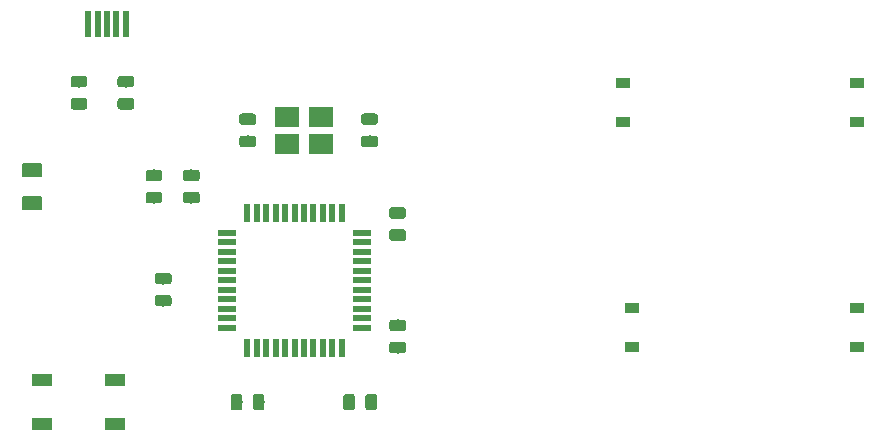
<source format=gbr>
G04 #@! TF.GenerationSoftware,KiCad,Pcbnew,(5.1.4)-1*
G04 #@! TF.CreationDate,2022-03-30T16:45:01-04:00*
G04 #@! TF.ProjectId,ai03-pcb-guide,61693033-2d70-4636-922d-67756964652e,rev?*
G04 #@! TF.SameCoordinates,Original*
G04 #@! TF.FileFunction,Paste,Bot*
G04 #@! TF.FilePolarity,Positive*
%FSLAX46Y46*%
G04 Gerber Fmt 4.6, Leading zero omitted, Abs format (unit mm)*
G04 Created by KiCad (PCBNEW (5.1.4)-1) date 2022-03-30 16:45:01*
%MOMM*%
%LPD*%
G04 APERTURE LIST*
%ADD10R,2.100000X1.800000*%
%ADD11R,0.500000X2.250000*%
%ADD12R,0.550000X1.500000*%
%ADD13R,1.500000X0.550000*%
%ADD14R,1.800000X1.100000*%
%ADD15C,0.100000*%
%ADD16C,0.975000*%
%ADD17C,1.250000*%
%ADD18R,1.200000X0.900000*%
G04 APERTURE END LIST*
D10*
X68918750Y-85368750D03*
X66018750Y-85368750D03*
X66018750Y-87668750D03*
X68918750Y-87668750D03*
D11*
X49200000Y-77525000D03*
X50000000Y-77525000D03*
X50800000Y-77525000D03*
X51600000Y-77525000D03*
X52400000Y-77525000D03*
D12*
X62675000Y-104918750D03*
X63475000Y-104918750D03*
X64275000Y-104918750D03*
X65075000Y-104918750D03*
X65875000Y-104918750D03*
X66675000Y-104918750D03*
X67475000Y-104918750D03*
X68275000Y-104918750D03*
X69075000Y-104918750D03*
X69875000Y-104918750D03*
X70675000Y-104918750D03*
D13*
X72375000Y-103218750D03*
X72375000Y-102418750D03*
X72375000Y-101618750D03*
X72375000Y-100818750D03*
X72375000Y-100018750D03*
X72375000Y-99218750D03*
X72375000Y-98418750D03*
X72375000Y-97618750D03*
X72375000Y-96818750D03*
X72375000Y-96018750D03*
X72375000Y-95218750D03*
D12*
X70675000Y-93518750D03*
X69875000Y-93518750D03*
X69075000Y-93518750D03*
X68275000Y-93518750D03*
X67475000Y-93518750D03*
X66675000Y-93518750D03*
X65875000Y-93518750D03*
X65075000Y-93518750D03*
X64275000Y-93518750D03*
X63475000Y-93518750D03*
X62675000Y-93518750D03*
D13*
X60975000Y-95218750D03*
X60975000Y-96018750D03*
X60975000Y-96818750D03*
X60975000Y-97618750D03*
X60975000Y-98418750D03*
X60975000Y-99218750D03*
X60975000Y-100018750D03*
X60975000Y-100818750D03*
X60975000Y-101618750D03*
X60975000Y-102418750D03*
X60975000Y-103218750D03*
D14*
X51518750Y-111387500D03*
X45318750Y-107687500D03*
X51518750Y-107687500D03*
X45318750Y-111387500D03*
D15*
G36*
X75886392Y-102557424D02*
G01*
X75910053Y-102560934D01*
X75933257Y-102566746D01*
X75955779Y-102574804D01*
X75977403Y-102585032D01*
X75997920Y-102597329D01*
X76017133Y-102611579D01*
X76034857Y-102627643D01*
X76050921Y-102645367D01*
X76065171Y-102664580D01*
X76077468Y-102685097D01*
X76087696Y-102706721D01*
X76095754Y-102729243D01*
X76101566Y-102752447D01*
X76105076Y-102776108D01*
X76106250Y-102800000D01*
X76106250Y-103287500D01*
X76105076Y-103311392D01*
X76101566Y-103335053D01*
X76095754Y-103358257D01*
X76087696Y-103380779D01*
X76077468Y-103402403D01*
X76065171Y-103422920D01*
X76050921Y-103442133D01*
X76034857Y-103459857D01*
X76017133Y-103475921D01*
X75997920Y-103490171D01*
X75977403Y-103502468D01*
X75955779Y-103512696D01*
X75933257Y-103520754D01*
X75910053Y-103526566D01*
X75886392Y-103530076D01*
X75862500Y-103531250D01*
X74950000Y-103531250D01*
X74926108Y-103530076D01*
X74902447Y-103526566D01*
X74879243Y-103520754D01*
X74856721Y-103512696D01*
X74835097Y-103502468D01*
X74814580Y-103490171D01*
X74795367Y-103475921D01*
X74777643Y-103459857D01*
X74761579Y-103442133D01*
X74747329Y-103422920D01*
X74735032Y-103402403D01*
X74724804Y-103380779D01*
X74716746Y-103358257D01*
X74710934Y-103335053D01*
X74707424Y-103311392D01*
X74706250Y-103287500D01*
X74706250Y-102800000D01*
X74707424Y-102776108D01*
X74710934Y-102752447D01*
X74716746Y-102729243D01*
X74724804Y-102706721D01*
X74735032Y-102685097D01*
X74747329Y-102664580D01*
X74761579Y-102645367D01*
X74777643Y-102627643D01*
X74795367Y-102611579D01*
X74814580Y-102597329D01*
X74835097Y-102585032D01*
X74856721Y-102574804D01*
X74879243Y-102566746D01*
X74902447Y-102560934D01*
X74926108Y-102557424D01*
X74950000Y-102556250D01*
X75862500Y-102556250D01*
X75886392Y-102557424D01*
X75886392Y-102557424D01*
G37*
D16*
X75406250Y-103043750D03*
D15*
G36*
X75886392Y-104432424D02*
G01*
X75910053Y-104435934D01*
X75933257Y-104441746D01*
X75955779Y-104449804D01*
X75977403Y-104460032D01*
X75997920Y-104472329D01*
X76017133Y-104486579D01*
X76034857Y-104502643D01*
X76050921Y-104520367D01*
X76065171Y-104539580D01*
X76077468Y-104560097D01*
X76087696Y-104581721D01*
X76095754Y-104604243D01*
X76101566Y-104627447D01*
X76105076Y-104651108D01*
X76106250Y-104675000D01*
X76106250Y-105162500D01*
X76105076Y-105186392D01*
X76101566Y-105210053D01*
X76095754Y-105233257D01*
X76087696Y-105255779D01*
X76077468Y-105277403D01*
X76065171Y-105297920D01*
X76050921Y-105317133D01*
X76034857Y-105334857D01*
X76017133Y-105350921D01*
X75997920Y-105365171D01*
X75977403Y-105377468D01*
X75955779Y-105387696D01*
X75933257Y-105395754D01*
X75910053Y-105401566D01*
X75886392Y-105405076D01*
X75862500Y-105406250D01*
X74950000Y-105406250D01*
X74926108Y-105405076D01*
X74902447Y-105401566D01*
X74879243Y-105395754D01*
X74856721Y-105387696D01*
X74835097Y-105377468D01*
X74814580Y-105365171D01*
X74795367Y-105350921D01*
X74777643Y-105334857D01*
X74761579Y-105317133D01*
X74747329Y-105297920D01*
X74735032Y-105277403D01*
X74724804Y-105255779D01*
X74716746Y-105233257D01*
X74710934Y-105210053D01*
X74707424Y-105186392D01*
X74706250Y-105162500D01*
X74706250Y-104675000D01*
X74707424Y-104651108D01*
X74710934Y-104627447D01*
X74716746Y-104604243D01*
X74724804Y-104581721D01*
X74735032Y-104560097D01*
X74747329Y-104539580D01*
X74761579Y-104520367D01*
X74777643Y-104502643D01*
X74795367Y-104486579D01*
X74814580Y-104472329D01*
X74835097Y-104460032D01*
X74856721Y-104449804D01*
X74879243Y-104441746D01*
X74902447Y-104435934D01*
X74926108Y-104432424D01*
X74950000Y-104431250D01*
X75862500Y-104431250D01*
X75886392Y-104432424D01*
X75886392Y-104432424D01*
G37*
D16*
X75406250Y-104918750D03*
D15*
G36*
X55248892Y-89857424D02*
G01*
X55272553Y-89860934D01*
X55295757Y-89866746D01*
X55318279Y-89874804D01*
X55339903Y-89885032D01*
X55360420Y-89897329D01*
X55379633Y-89911579D01*
X55397357Y-89927643D01*
X55413421Y-89945367D01*
X55427671Y-89964580D01*
X55439968Y-89985097D01*
X55450196Y-90006721D01*
X55458254Y-90029243D01*
X55464066Y-90052447D01*
X55467576Y-90076108D01*
X55468750Y-90100000D01*
X55468750Y-90587500D01*
X55467576Y-90611392D01*
X55464066Y-90635053D01*
X55458254Y-90658257D01*
X55450196Y-90680779D01*
X55439968Y-90702403D01*
X55427671Y-90722920D01*
X55413421Y-90742133D01*
X55397357Y-90759857D01*
X55379633Y-90775921D01*
X55360420Y-90790171D01*
X55339903Y-90802468D01*
X55318279Y-90812696D01*
X55295757Y-90820754D01*
X55272553Y-90826566D01*
X55248892Y-90830076D01*
X55225000Y-90831250D01*
X54312500Y-90831250D01*
X54288608Y-90830076D01*
X54264947Y-90826566D01*
X54241743Y-90820754D01*
X54219221Y-90812696D01*
X54197597Y-90802468D01*
X54177080Y-90790171D01*
X54157867Y-90775921D01*
X54140143Y-90759857D01*
X54124079Y-90742133D01*
X54109829Y-90722920D01*
X54097532Y-90702403D01*
X54087304Y-90680779D01*
X54079246Y-90658257D01*
X54073434Y-90635053D01*
X54069924Y-90611392D01*
X54068750Y-90587500D01*
X54068750Y-90100000D01*
X54069924Y-90076108D01*
X54073434Y-90052447D01*
X54079246Y-90029243D01*
X54087304Y-90006721D01*
X54097532Y-89985097D01*
X54109829Y-89964580D01*
X54124079Y-89945367D01*
X54140143Y-89927643D01*
X54157867Y-89911579D01*
X54177080Y-89897329D01*
X54197597Y-89885032D01*
X54219221Y-89874804D01*
X54241743Y-89866746D01*
X54264947Y-89860934D01*
X54288608Y-89857424D01*
X54312500Y-89856250D01*
X55225000Y-89856250D01*
X55248892Y-89857424D01*
X55248892Y-89857424D01*
G37*
D16*
X54768750Y-90343750D03*
D15*
G36*
X55248892Y-91732424D02*
G01*
X55272553Y-91735934D01*
X55295757Y-91741746D01*
X55318279Y-91749804D01*
X55339903Y-91760032D01*
X55360420Y-91772329D01*
X55379633Y-91786579D01*
X55397357Y-91802643D01*
X55413421Y-91820367D01*
X55427671Y-91839580D01*
X55439968Y-91860097D01*
X55450196Y-91881721D01*
X55458254Y-91904243D01*
X55464066Y-91927447D01*
X55467576Y-91951108D01*
X55468750Y-91975000D01*
X55468750Y-92462500D01*
X55467576Y-92486392D01*
X55464066Y-92510053D01*
X55458254Y-92533257D01*
X55450196Y-92555779D01*
X55439968Y-92577403D01*
X55427671Y-92597920D01*
X55413421Y-92617133D01*
X55397357Y-92634857D01*
X55379633Y-92650921D01*
X55360420Y-92665171D01*
X55339903Y-92677468D01*
X55318279Y-92687696D01*
X55295757Y-92695754D01*
X55272553Y-92701566D01*
X55248892Y-92705076D01*
X55225000Y-92706250D01*
X54312500Y-92706250D01*
X54288608Y-92705076D01*
X54264947Y-92701566D01*
X54241743Y-92695754D01*
X54219221Y-92687696D01*
X54197597Y-92677468D01*
X54177080Y-92665171D01*
X54157867Y-92650921D01*
X54140143Y-92634857D01*
X54124079Y-92617133D01*
X54109829Y-92597920D01*
X54097532Y-92577403D01*
X54087304Y-92555779D01*
X54079246Y-92533257D01*
X54073434Y-92510053D01*
X54069924Y-92486392D01*
X54068750Y-92462500D01*
X54068750Y-91975000D01*
X54069924Y-91951108D01*
X54073434Y-91927447D01*
X54079246Y-91904243D01*
X54087304Y-91881721D01*
X54097532Y-91860097D01*
X54109829Y-91839580D01*
X54124079Y-91820367D01*
X54140143Y-91802643D01*
X54157867Y-91786579D01*
X54177080Y-91772329D01*
X54197597Y-91760032D01*
X54219221Y-91749804D01*
X54241743Y-91741746D01*
X54264947Y-91735934D01*
X54288608Y-91732424D01*
X54312500Y-91731250D01*
X55225000Y-91731250D01*
X55248892Y-91732424D01*
X55248892Y-91732424D01*
G37*
D16*
X54768750Y-92218750D03*
D15*
G36*
X52867642Y-81919924D02*
G01*
X52891303Y-81923434D01*
X52914507Y-81929246D01*
X52937029Y-81937304D01*
X52958653Y-81947532D01*
X52979170Y-81959829D01*
X52998383Y-81974079D01*
X53016107Y-81990143D01*
X53032171Y-82007867D01*
X53046421Y-82027080D01*
X53058718Y-82047597D01*
X53068946Y-82069221D01*
X53077004Y-82091743D01*
X53082816Y-82114947D01*
X53086326Y-82138608D01*
X53087500Y-82162500D01*
X53087500Y-82650000D01*
X53086326Y-82673892D01*
X53082816Y-82697553D01*
X53077004Y-82720757D01*
X53068946Y-82743279D01*
X53058718Y-82764903D01*
X53046421Y-82785420D01*
X53032171Y-82804633D01*
X53016107Y-82822357D01*
X52998383Y-82838421D01*
X52979170Y-82852671D01*
X52958653Y-82864968D01*
X52937029Y-82875196D01*
X52914507Y-82883254D01*
X52891303Y-82889066D01*
X52867642Y-82892576D01*
X52843750Y-82893750D01*
X51931250Y-82893750D01*
X51907358Y-82892576D01*
X51883697Y-82889066D01*
X51860493Y-82883254D01*
X51837971Y-82875196D01*
X51816347Y-82864968D01*
X51795830Y-82852671D01*
X51776617Y-82838421D01*
X51758893Y-82822357D01*
X51742829Y-82804633D01*
X51728579Y-82785420D01*
X51716282Y-82764903D01*
X51706054Y-82743279D01*
X51697996Y-82720757D01*
X51692184Y-82697553D01*
X51688674Y-82673892D01*
X51687500Y-82650000D01*
X51687500Y-82162500D01*
X51688674Y-82138608D01*
X51692184Y-82114947D01*
X51697996Y-82091743D01*
X51706054Y-82069221D01*
X51716282Y-82047597D01*
X51728579Y-82027080D01*
X51742829Y-82007867D01*
X51758893Y-81990143D01*
X51776617Y-81974079D01*
X51795830Y-81959829D01*
X51816347Y-81947532D01*
X51837971Y-81937304D01*
X51860493Y-81929246D01*
X51883697Y-81923434D01*
X51907358Y-81919924D01*
X51931250Y-81918750D01*
X52843750Y-81918750D01*
X52867642Y-81919924D01*
X52867642Y-81919924D01*
G37*
D16*
X52387500Y-82406250D03*
D15*
G36*
X52867642Y-83794924D02*
G01*
X52891303Y-83798434D01*
X52914507Y-83804246D01*
X52937029Y-83812304D01*
X52958653Y-83822532D01*
X52979170Y-83834829D01*
X52998383Y-83849079D01*
X53016107Y-83865143D01*
X53032171Y-83882867D01*
X53046421Y-83902080D01*
X53058718Y-83922597D01*
X53068946Y-83944221D01*
X53077004Y-83966743D01*
X53082816Y-83989947D01*
X53086326Y-84013608D01*
X53087500Y-84037500D01*
X53087500Y-84525000D01*
X53086326Y-84548892D01*
X53082816Y-84572553D01*
X53077004Y-84595757D01*
X53068946Y-84618279D01*
X53058718Y-84639903D01*
X53046421Y-84660420D01*
X53032171Y-84679633D01*
X53016107Y-84697357D01*
X52998383Y-84713421D01*
X52979170Y-84727671D01*
X52958653Y-84739968D01*
X52937029Y-84750196D01*
X52914507Y-84758254D01*
X52891303Y-84764066D01*
X52867642Y-84767576D01*
X52843750Y-84768750D01*
X51931250Y-84768750D01*
X51907358Y-84767576D01*
X51883697Y-84764066D01*
X51860493Y-84758254D01*
X51837971Y-84750196D01*
X51816347Y-84739968D01*
X51795830Y-84727671D01*
X51776617Y-84713421D01*
X51758893Y-84697357D01*
X51742829Y-84679633D01*
X51728579Y-84660420D01*
X51716282Y-84639903D01*
X51706054Y-84618279D01*
X51697996Y-84595757D01*
X51692184Y-84572553D01*
X51688674Y-84548892D01*
X51687500Y-84525000D01*
X51687500Y-84037500D01*
X51688674Y-84013608D01*
X51692184Y-83989947D01*
X51697996Y-83966743D01*
X51706054Y-83944221D01*
X51716282Y-83922597D01*
X51728579Y-83902080D01*
X51742829Y-83882867D01*
X51758893Y-83865143D01*
X51776617Y-83849079D01*
X51795830Y-83834829D01*
X51816347Y-83822532D01*
X51837971Y-83812304D01*
X51860493Y-83804246D01*
X51883697Y-83798434D01*
X51907358Y-83794924D01*
X51931250Y-83793750D01*
X52843750Y-83793750D01*
X52867642Y-83794924D01*
X52867642Y-83794924D01*
G37*
D16*
X52387500Y-84281250D03*
D15*
G36*
X48898892Y-81919924D02*
G01*
X48922553Y-81923434D01*
X48945757Y-81929246D01*
X48968279Y-81937304D01*
X48989903Y-81947532D01*
X49010420Y-81959829D01*
X49029633Y-81974079D01*
X49047357Y-81990143D01*
X49063421Y-82007867D01*
X49077671Y-82027080D01*
X49089968Y-82047597D01*
X49100196Y-82069221D01*
X49108254Y-82091743D01*
X49114066Y-82114947D01*
X49117576Y-82138608D01*
X49118750Y-82162500D01*
X49118750Y-82650000D01*
X49117576Y-82673892D01*
X49114066Y-82697553D01*
X49108254Y-82720757D01*
X49100196Y-82743279D01*
X49089968Y-82764903D01*
X49077671Y-82785420D01*
X49063421Y-82804633D01*
X49047357Y-82822357D01*
X49029633Y-82838421D01*
X49010420Y-82852671D01*
X48989903Y-82864968D01*
X48968279Y-82875196D01*
X48945757Y-82883254D01*
X48922553Y-82889066D01*
X48898892Y-82892576D01*
X48875000Y-82893750D01*
X47962500Y-82893750D01*
X47938608Y-82892576D01*
X47914947Y-82889066D01*
X47891743Y-82883254D01*
X47869221Y-82875196D01*
X47847597Y-82864968D01*
X47827080Y-82852671D01*
X47807867Y-82838421D01*
X47790143Y-82822357D01*
X47774079Y-82804633D01*
X47759829Y-82785420D01*
X47747532Y-82764903D01*
X47737304Y-82743279D01*
X47729246Y-82720757D01*
X47723434Y-82697553D01*
X47719924Y-82673892D01*
X47718750Y-82650000D01*
X47718750Y-82162500D01*
X47719924Y-82138608D01*
X47723434Y-82114947D01*
X47729246Y-82091743D01*
X47737304Y-82069221D01*
X47747532Y-82047597D01*
X47759829Y-82027080D01*
X47774079Y-82007867D01*
X47790143Y-81990143D01*
X47807867Y-81974079D01*
X47827080Y-81959829D01*
X47847597Y-81947532D01*
X47869221Y-81937304D01*
X47891743Y-81929246D01*
X47914947Y-81923434D01*
X47938608Y-81919924D01*
X47962500Y-81918750D01*
X48875000Y-81918750D01*
X48898892Y-81919924D01*
X48898892Y-81919924D01*
G37*
D16*
X48418750Y-82406250D03*
D15*
G36*
X48898892Y-83794924D02*
G01*
X48922553Y-83798434D01*
X48945757Y-83804246D01*
X48968279Y-83812304D01*
X48989903Y-83822532D01*
X49010420Y-83834829D01*
X49029633Y-83849079D01*
X49047357Y-83865143D01*
X49063421Y-83882867D01*
X49077671Y-83902080D01*
X49089968Y-83922597D01*
X49100196Y-83944221D01*
X49108254Y-83966743D01*
X49114066Y-83989947D01*
X49117576Y-84013608D01*
X49118750Y-84037500D01*
X49118750Y-84525000D01*
X49117576Y-84548892D01*
X49114066Y-84572553D01*
X49108254Y-84595757D01*
X49100196Y-84618279D01*
X49089968Y-84639903D01*
X49077671Y-84660420D01*
X49063421Y-84679633D01*
X49047357Y-84697357D01*
X49029633Y-84713421D01*
X49010420Y-84727671D01*
X48989903Y-84739968D01*
X48968279Y-84750196D01*
X48945757Y-84758254D01*
X48922553Y-84764066D01*
X48898892Y-84767576D01*
X48875000Y-84768750D01*
X47962500Y-84768750D01*
X47938608Y-84767576D01*
X47914947Y-84764066D01*
X47891743Y-84758254D01*
X47869221Y-84750196D01*
X47847597Y-84739968D01*
X47827080Y-84727671D01*
X47807867Y-84713421D01*
X47790143Y-84697357D01*
X47774079Y-84679633D01*
X47759829Y-84660420D01*
X47747532Y-84639903D01*
X47737304Y-84618279D01*
X47729246Y-84595757D01*
X47723434Y-84572553D01*
X47719924Y-84548892D01*
X47718750Y-84525000D01*
X47718750Y-84037500D01*
X47719924Y-84013608D01*
X47723434Y-83989947D01*
X47729246Y-83966743D01*
X47737304Y-83944221D01*
X47747532Y-83922597D01*
X47759829Y-83902080D01*
X47774079Y-83882867D01*
X47790143Y-83865143D01*
X47807867Y-83849079D01*
X47827080Y-83834829D01*
X47847597Y-83822532D01*
X47869221Y-83812304D01*
X47891743Y-83804246D01*
X47914947Y-83798434D01*
X47938608Y-83794924D01*
X47962500Y-83793750D01*
X48875000Y-83793750D01*
X48898892Y-83794924D01*
X48898892Y-83794924D01*
G37*
D16*
X48418750Y-84281250D03*
D15*
G36*
X45099504Y-89257454D02*
G01*
X45123773Y-89261054D01*
X45147571Y-89267015D01*
X45170671Y-89275280D01*
X45192849Y-89285770D01*
X45213893Y-89298383D01*
X45233598Y-89312997D01*
X45251777Y-89329473D01*
X45268253Y-89347652D01*
X45282867Y-89367357D01*
X45295480Y-89388401D01*
X45305970Y-89410579D01*
X45314235Y-89433679D01*
X45320196Y-89457477D01*
X45323796Y-89481746D01*
X45325000Y-89506250D01*
X45325000Y-90256250D01*
X45323796Y-90280754D01*
X45320196Y-90305023D01*
X45314235Y-90328821D01*
X45305970Y-90351921D01*
X45295480Y-90374099D01*
X45282867Y-90395143D01*
X45268253Y-90414848D01*
X45251777Y-90433027D01*
X45233598Y-90449503D01*
X45213893Y-90464117D01*
X45192849Y-90476730D01*
X45170671Y-90487220D01*
X45147571Y-90495485D01*
X45123773Y-90501446D01*
X45099504Y-90505046D01*
X45075000Y-90506250D01*
X43825000Y-90506250D01*
X43800496Y-90505046D01*
X43776227Y-90501446D01*
X43752429Y-90495485D01*
X43729329Y-90487220D01*
X43707151Y-90476730D01*
X43686107Y-90464117D01*
X43666402Y-90449503D01*
X43648223Y-90433027D01*
X43631747Y-90414848D01*
X43617133Y-90395143D01*
X43604520Y-90374099D01*
X43594030Y-90351921D01*
X43585765Y-90328821D01*
X43579804Y-90305023D01*
X43576204Y-90280754D01*
X43575000Y-90256250D01*
X43575000Y-89506250D01*
X43576204Y-89481746D01*
X43579804Y-89457477D01*
X43585765Y-89433679D01*
X43594030Y-89410579D01*
X43604520Y-89388401D01*
X43617133Y-89367357D01*
X43631747Y-89347652D01*
X43648223Y-89329473D01*
X43666402Y-89312997D01*
X43686107Y-89298383D01*
X43707151Y-89285770D01*
X43729329Y-89275280D01*
X43752429Y-89267015D01*
X43776227Y-89261054D01*
X43800496Y-89257454D01*
X43825000Y-89256250D01*
X45075000Y-89256250D01*
X45099504Y-89257454D01*
X45099504Y-89257454D01*
G37*
D17*
X44450000Y-89881250D03*
D15*
G36*
X45099504Y-92057454D02*
G01*
X45123773Y-92061054D01*
X45147571Y-92067015D01*
X45170671Y-92075280D01*
X45192849Y-92085770D01*
X45213893Y-92098383D01*
X45233598Y-92112997D01*
X45251777Y-92129473D01*
X45268253Y-92147652D01*
X45282867Y-92167357D01*
X45295480Y-92188401D01*
X45305970Y-92210579D01*
X45314235Y-92233679D01*
X45320196Y-92257477D01*
X45323796Y-92281746D01*
X45325000Y-92306250D01*
X45325000Y-93056250D01*
X45323796Y-93080754D01*
X45320196Y-93105023D01*
X45314235Y-93128821D01*
X45305970Y-93151921D01*
X45295480Y-93174099D01*
X45282867Y-93195143D01*
X45268253Y-93214848D01*
X45251777Y-93233027D01*
X45233598Y-93249503D01*
X45213893Y-93264117D01*
X45192849Y-93276730D01*
X45170671Y-93287220D01*
X45147571Y-93295485D01*
X45123773Y-93301446D01*
X45099504Y-93305046D01*
X45075000Y-93306250D01*
X43825000Y-93306250D01*
X43800496Y-93305046D01*
X43776227Y-93301446D01*
X43752429Y-93295485D01*
X43729329Y-93287220D01*
X43707151Y-93276730D01*
X43686107Y-93264117D01*
X43666402Y-93249503D01*
X43648223Y-93233027D01*
X43631747Y-93214848D01*
X43617133Y-93195143D01*
X43604520Y-93174099D01*
X43594030Y-93151921D01*
X43585765Y-93128821D01*
X43579804Y-93105023D01*
X43576204Y-93080754D01*
X43575000Y-93056250D01*
X43575000Y-92306250D01*
X43576204Y-92281746D01*
X43579804Y-92257477D01*
X43585765Y-92233679D01*
X43594030Y-92210579D01*
X43604520Y-92188401D01*
X43617133Y-92167357D01*
X43631747Y-92147652D01*
X43648223Y-92129473D01*
X43666402Y-92112997D01*
X43686107Y-92098383D01*
X43707151Y-92085770D01*
X43729329Y-92075280D01*
X43752429Y-92067015D01*
X43776227Y-92061054D01*
X43800496Y-92057454D01*
X43825000Y-92056250D01*
X45075000Y-92056250D01*
X45099504Y-92057454D01*
X45099504Y-92057454D01*
G37*
D17*
X44450000Y-92681250D03*
D18*
X114300000Y-101537500D03*
X114300000Y-104837500D03*
X114300000Y-82487500D03*
X114300000Y-85787500D03*
X94456250Y-82487500D03*
X94456250Y-85787500D03*
X95250000Y-101537500D03*
X95250000Y-104837500D03*
D15*
G36*
X56042642Y-100463674D02*
G01*
X56066303Y-100467184D01*
X56089507Y-100472996D01*
X56112029Y-100481054D01*
X56133653Y-100491282D01*
X56154170Y-100503579D01*
X56173383Y-100517829D01*
X56191107Y-100533893D01*
X56207171Y-100551617D01*
X56221421Y-100570830D01*
X56233718Y-100591347D01*
X56243946Y-100612971D01*
X56252004Y-100635493D01*
X56257816Y-100658697D01*
X56261326Y-100682358D01*
X56262500Y-100706250D01*
X56262500Y-101193750D01*
X56261326Y-101217642D01*
X56257816Y-101241303D01*
X56252004Y-101264507D01*
X56243946Y-101287029D01*
X56233718Y-101308653D01*
X56221421Y-101329170D01*
X56207171Y-101348383D01*
X56191107Y-101366107D01*
X56173383Y-101382171D01*
X56154170Y-101396421D01*
X56133653Y-101408718D01*
X56112029Y-101418946D01*
X56089507Y-101427004D01*
X56066303Y-101432816D01*
X56042642Y-101436326D01*
X56018750Y-101437500D01*
X55106250Y-101437500D01*
X55082358Y-101436326D01*
X55058697Y-101432816D01*
X55035493Y-101427004D01*
X55012971Y-101418946D01*
X54991347Y-101408718D01*
X54970830Y-101396421D01*
X54951617Y-101382171D01*
X54933893Y-101366107D01*
X54917829Y-101348383D01*
X54903579Y-101329170D01*
X54891282Y-101308653D01*
X54881054Y-101287029D01*
X54872996Y-101264507D01*
X54867184Y-101241303D01*
X54863674Y-101217642D01*
X54862500Y-101193750D01*
X54862500Y-100706250D01*
X54863674Y-100682358D01*
X54867184Y-100658697D01*
X54872996Y-100635493D01*
X54881054Y-100612971D01*
X54891282Y-100591347D01*
X54903579Y-100570830D01*
X54917829Y-100551617D01*
X54933893Y-100533893D01*
X54951617Y-100517829D01*
X54970830Y-100503579D01*
X54991347Y-100491282D01*
X55012971Y-100481054D01*
X55035493Y-100472996D01*
X55058697Y-100467184D01*
X55082358Y-100463674D01*
X55106250Y-100462500D01*
X56018750Y-100462500D01*
X56042642Y-100463674D01*
X56042642Y-100463674D01*
G37*
D16*
X55562500Y-100950000D03*
D15*
G36*
X56042642Y-98588674D02*
G01*
X56066303Y-98592184D01*
X56089507Y-98597996D01*
X56112029Y-98606054D01*
X56133653Y-98616282D01*
X56154170Y-98628579D01*
X56173383Y-98642829D01*
X56191107Y-98658893D01*
X56207171Y-98676617D01*
X56221421Y-98695830D01*
X56233718Y-98716347D01*
X56243946Y-98737971D01*
X56252004Y-98760493D01*
X56257816Y-98783697D01*
X56261326Y-98807358D01*
X56262500Y-98831250D01*
X56262500Y-99318750D01*
X56261326Y-99342642D01*
X56257816Y-99366303D01*
X56252004Y-99389507D01*
X56243946Y-99412029D01*
X56233718Y-99433653D01*
X56221421Y-99454170D01*
X56207171Y-99473383D01*
X56191107Y-99491107D01*
X56173383Y-99507171D01*
X56154170Y-99521421D01*
X56133653Y-99533718D01*
X56112029Y-99543946D01*
X56089507Y-99552004D01*
X56066303Y-99557816D01*
X56042642Y-99561326D01*
X56018750Y-99562500D01*
X55106250Y-99562500D01*
X55082358Y-99561326D01*
X55058697Y-99557816D01*
X55035493Y-99552004D01*
X55012971Y-99543946D01*
X54991347Y-99533718D01*
X54970830Y-99521421D01*
X54951617Y-99507171D01*
X54933893Y-99491107D01*
X54917829Y-99473383D01*
X54903579Y-99454170D01*
X54891282Y-99433653D01*
X54881054Y-99412029D01*
X54872996Y-99389507D01*
X54867184Y-99366303D01*
X54863674Y-99342642D01*
X54862500Y-99318750D01*
X54862500Y-98831250D01*
X54863674Y-98807358D01*
X54867184Y-98783697D01*
X54872996Y-98760493D01*
X54881054Y-98737971D01*
X54891282Y-98716347D01*
X54903579Y-98695830D01*
X54917829Y-98676617D01*
X54933893Y-98658893D01*
X54951617Y-98642829D01*
X54970830Y-98628579D01*
X54991347Y-98616282D01*
X55012971Y-98606054D01*
X55035493Y-98597996D01*
X55058697Y-98592184D01*
X55082358Y-98588674D01*
X55106250Y-98587500D01*
X56018750Y-98587500D01*
X56042642Y-98588674D01*
X56042642Y-98588674D01*
G37*
D16*
X55562500Y-99075000D03*
D15*
G36*
X63911392Y-108838674D02*
G01*
X63935053Y-108842184D01*
X63958257Y-108847996D01*
X63980779Y-108856054D01*
X64002403Y-108866282D01*
X64022920Y-108878579D01*
X64042133Y-108892829D01*
X64059857Y-108908893D01*
X64075921Y-108926617D01*
X64090171Y-108945830D01*
X64102468Y-108966347D01*
X64112696Y-108987971D01*
X64120754Y-109010493D01*
X64126566Y-109033697D01*
X64130076Y-109057358D01*
X64131250Y-109081250D01*
X64131250Y-109993750D01*
X64130076Y-110017642D01*
X64126566Y-110041303D01*
X64120754Y-110064507D01*
X64112696Y-110087029D01*
X64102468Y-110108653D01*
X64090171Y-110129170D01*
X64075921Y-110148383D01*
X64059857Y-110166107D01*
X64042133Y-110182171D01*
X64022920Y-110196421D01*
X64002403Y-110208718D01*
X63980779Y-110218946D01*
X63958257Y-110227004D01*
X63935053Y-110232816D01*
X63911392Y-110236326D01*
X63887500Y-110237500D01*
X63400000Y-110237500D01*
X63376108Y-110236326D01*
X63352447Y-110232816D01*
X63329243Y-110227004D01*
X63306721Y-110218946D01*
X63285097Y-110208718D01*
X63264580Y-110196421D01*
X63245367Y-110182171D01*
X63227643Y-110166107D01*
X63211579Y-110148383D01*
X63197329Y-110129170D01*
X63185032Y-110108653D01*
X63174804Y-110087029D01*
X63166746Y-110064507D01*
X63160934Y-110041303D01*
X63157424Y-110017642D01*
X63156250Y-109993750D01*
X63156250Y-109081250D01*
X63157424Y-109057358D01*
X63160934Y-109033697D01*
X63166746Y-109010493D01*
X63174804Y-108987971D01*
X63185032Y-108966347D01*
X63197329Y-108945830D01*
X63211579Y-108926617D01*
X63227643Y-108908893D01*
X63245367Y-108892829D01*
X63264580Y-108878579D01*
X63285097Y-108866282D01*
X63306721Y-108856054D01*
X63329243Y-108847996D01*
X63352447Y-108842184D01*
X63376108Y-108838674D01*
X63400000Y-108837500D01*
X63887500Y-108837500D01*
X63911392Y-108838674D01*
X63911392Y-108838674D01*
G37*
D16*
X63643750Y-109537500D03*
D15*
G36*
X62036392Y-108838674D02*
G01*
X62060053Y-108842184D01*
X62083257Y-108847996D01*
X62105779Y-108856054D01*
X62127403Y-108866282D01*
X62147920Y-108878579D01*
X62167133Y-108892829D01*
X62184857Y-108908893D01*
X62200921Y-108926617D01*
X62215171Y-108945830D01*
X62227468Y-108966347D01*
X62237696Y-108987971D01*
X62245754Y-109010493D01*
X62251566Y-109033697D01*
X62255076Y-109057358D01*
X62256250Y-109081250D01*
X62256250Y-109993750D01*
X62255076Y-110017642D01*
X62251566Y-110041303D01*
X62245754Y-110064507D01*
X62237696Y-110087029D01*
X62227468Y-110108653D01*
X62215171Y-110129170D01*
X62200921Y-110148383D01*
X62184857Y-110166107D01*
X62167133Y-110182171D01*
X62147920Y-110196421D01*
X62127403Y-110208718D01*
X62105779Y-110218946D01*
X62083257Y-110227004D01*
X62060053Y-110232816D01*
X62036392Y-110236326D01*
X62012500Y-110237500D01*
X61525000Y-110237500D01*
X61501108Y-110236326D01*
X61477447Y-110232816D01*
X61454243Y-110227004D01*
X61431721Y-110218946D01*
X61410097Y-110208718D01*
X61389580Y-110196421D01*
X61370367Y-110182171D01*
X61352643Y-110166107D01*
X61336579Y-110148383D01*
X61322329Y-110129170D01*
X61310032Y-110108653D01*
X61299804Y-110087029D01*
X61291746Y-110064507D01*
X61285934Y-110041303D01*
X61282424Y-110017642D01*
X61281250Y-109993750D01*
X61281250Y-109081250D01*
X61282424Y-109057358D01*
X61285934Y-109033697D01*
X61291746Y-109010493D01*
X61299804Y-108987971D01*
X61310032Y-108966347D01*
X61322329Y-108945830D01*
X61336579Y-108926617D01*
X61352643Y-108908893D01*
X61370367Y-108892829D01*
X61389580Y-108878579D01*
X61410097Y-108866282D01*
X61431721Y-108856054D01*
X61454243Y-108847996D01*
X61477447Y-108842184D01*
X61501108Y-108838674D01*
X61525000Y-108837500D01*
X62012500Y-108837500D01*
X62036392Y-108838674D01*
X62036392Y-108838674D01*
G37*
D16*
X61768750Y-109537500D03*
D15*
G36*
X75886392Y-93032424D02*
G01*
X75910053Y-93035934D01*
X75933257Y-93041746D01*
X75955779Y-93049804D01*
X75977403Y-93060032D01*
X75997920Y-93072329D01*
X76017133Y-93086579D01*
X76034857Y-93102643D01*
X76050921Y-93120367D01*
X76065171Y-93139580D01*
X76077468Y-93160097D01*
X76087696Y-93181721D01*
X76095754Y-93204243D01*
X76101566Y-93227447D01*
X76105076Y-93251108D01*
X76106250Y-93275000D01*
X76106250Y-93762500D01*
X76105076Y-93786392D01*
X76101566Y-93810053D01*
X76095754Y-93833257D01*
X76087696Y-93855779D01*
X76077468Y-93877403D01*
X76065171Y-93897920D01*
X76050921Y-93917133D01*
X76034857Y-93934857D01*
X76017133Y-93950921D01*
X75997920Y-93965171D01*
X75977403Y-93977468D01*
X75955779Y-93987696D01*
X75933257Y-93995754D01*
X75910053Y-94001566D01*
X75886392Y-94005076D01*
X75862500Y-94006250D01*
X74950000Y-94006250D01*
X74926108Y-94005076D01*
X74902447Y-94001566D01*
X74879243Y-93995754D01*
X74856721Y-93987696D01*
X74835097Y-93977468D01*
X74814580Y-93965171D01*
X74795367Y-93950921D01*
X74777643Y-93934857D01*
X74761579Y-93917133D01*
X74747329Y-93897920D01*
X74735032Y-93877403D01*
X74724804Y-93855779D01*
X74716746Y-93833257D01*
X74710934Y-93810053D01*
X74707424Y-93786392D01*
X74706250Y-93762500D01*
X74706250Y-93275000D01*
X74707424Y-93251108D01*
X74710934Y-93227447D01*
X74716746Y-93204243D01*
X74724804Y-93181721D01*
X74735032Y-93160097D01*
X74747329Y-93139580D01*
X74761579Y-93120367D01*
X74777643Y-93102643D01*
X74795367Y-93086579D01*
X74814580Y-93072329D01*
X74835097Y-93060032D01*
X74856721Y-93049804D01*
X74879243Y-93041746D01*
X74902447Y-93035934D01*
X74926108Y-93032424D01*
X74950000Y-93031250D01*
X75862500Y-93031250D01*
X75886392Y-93032424D01*
X75886392Y-93032424D01*
G37*
D16*
X75406250Y-93518750D03*
D15*
G36*
X75886392Y-94907424D02*
G01*
X75910053Y-94910934D01*
X75933257Y-94916746D01*
X75955779Y-94924804D01*
X75977403Y-94935032D01*
X75997920Y-94947329D01*
X76017133Y-94961579D01*
X76034857Y-94977643D01*
X76050921Y-94995367D01*
X76065171Y-95014580D01*
X76077468Y-95035097D01*
X76087696Y-95056721D01*
X76095754Y-95079243D01*
X76101566Y-95102447D01*
X76105076Y-95126108D01*
X76106250Y-95150000D01*
X76106250Y-95637500D01*
X76105076Y-95661392D01*
X76101566Y-95685053D01*
X76095754Y-95708257D01*
X76087696Y-95730779D01*
X76077468Y-95752403D01*
X76065171Y-95772920D01*
X76050921Y-95792133D01*
X76034857Y-95809857D01*
X76017133Y-95825921D01*
X75997920Y-95840171D01*
X75977403Y-95852468D01*
X75955779Y-95862696D01*
X75933257Y-95870754D01*
X75910053Y-95876566D01*
X75886392Y-95880076D01*
X75862500Y-95881250D01*
X74950000Y-95881250D01*
X74926108Y-95880076D01*
X74902447Y-95876566D01*
X74879243Y-95870754D01*
X74856721Y-95862696D01*
X74835097Y-95852468D01*
X74814580Y-95840171D01*
X74795367Y-95825921D01*
X74777643Y-95809857D01*
X74761579Y-95792133D01*
X74747329Y-95772920D01*
X74735032Y-95752403D01*
X74724804Y-95730779D01*
X74716746Y-95708257D01*
X74710934Y-95685053D01*
X74707424Y-95661392D01*
X74706250Y-95637500D01*
X74706250Y-95150000D01*
X74707424Y-95126108D01*
X74710934Y-95102447D01*
X74716746Y-95079243D01*
X74724804Y-95056721D01*
X74735032Y-95035097D01*
X74747329Y-95014580D01*
X74761579Y-94995367D01*
X74777643Y-94977643D01*
X74795367Y-94961579D01*
X74814580Y-94947329D01*
X74835097Y-94935032D01*
X74856721Y-94924804D01*
X74879243Y-94916746D01*
X74902447Y-94910934D01*
X74926108Y-94907424D01*
X74950000Y-94906250D01*
X75862500Y-94906250D01*
X75886392Y-94907424D01*
X75886392Y-94907424D01*
G37*
D16*
X75406250Y-95393750D03*
D15*
G36*
X63186392Y-85094924D02*
G01*
X63210053Y-85098434D01*
X63233257Y-85104246D01*
X63255779Y-85112304D01*
X63277403Y-85122532D01*
X63297920Y-85134829D01*
X63317133Y-85149079D01*
X63334857Y-85165143D01*
X63350921Y-85182867D01*
X63365171Y-85202080D01*
X63377468Y-85222597D01*
X63387696Y-85244221D01*
X63395754Y-85266743D01*
X63401566Y-85289947D01*
X63405076Y-85313608D01*
X63406250Y-85337500D01*
X63406250Y-85825000D01*
X63405076Y-85848892D01*
X63401566Y-85872553D01*
X63395754Y-85895757D01*
X63387696Y-85918279D01*
X63377468Y-85939903D01*
X63365171Y-85960420D01*
X63350921Y-85979633D01*
X63334857Y-85997357D01*
X63317133Y-86013421D01*
X63297920Y-86027671D01*
X63277403Y-86039968D01*
X63255779Y-86050196D01*
X63233257Y-86058254D01*
X63210053Y-86064066D01*
X63186392Y-86067576D01*
X63162500Y-86068750D01*
X62250000Y-86068750D01*
X62226108Y-86067576D01*
X62202447Y-86064066D01*
X62179243Y-86058254D01*
X62156721Y-86050196D01*
X62135097Y-86039968D01*
X62114580Y-86027671D01*
X62095367Y-86013421D01*
X62077643Y-85997357D01*
X62061579Y-85979633D01*
X62047329Y-85960420D01*
X62035032Y-85939903D01*
X62024804Y-85918279D01*
X62016746Y-85895757D01*
X62010934Y-85872553D01*
X62007424Y-85848892D01*
X62006250Y-85825000D01*
X62006250Y-85337500D01*
X62007424Y-85313608D01*
X62010934Y-85289947D01*
X62016746Y-85266743D01*
X62024804Y-85244221D01*
X62035032Y-85222597D01*
X62047329Y-85202080D01*
X62061579Y-85182867D01*
X62077643Y-85165143D01*
X62095367Y-85149079D01*
X62114580Y-85134829D01*
X62135097Y-85122532D01*
X62156721Y-85112304D01*
X62179243Y-85104246D01*
X62202447Y-85098434D01*
X62226108Y-85094924D01*
X62250000Y-85093750D01*
X63162500Y-85093750D01*
X63186392Y-85094924D01*
X63186392Y-85094924D01*
G37*
D16*
X62706250Y-85581250D03*
D15*
G36*
X63186392Y-86969924D02*
G01*
X63210053Y-86973434D01*
X63233257Y-86979246D01*
X63255779Y-86987304D01*
X63277403Y-86997532D01*
X63297920Y-87009829D01*
X63317133Y-87024079D01*
X63334857Y-87040143D01*
X63350921Y-87057867D01*
X63365171Y-87077080D01*
X63377468Y-87097597D01*
X63387696Y-87119221D01*
X63395754Y-87141743D01*
X63401566Y-87164947D01*
X63405076Y-87188608D01*
X63406250Y-87212500D01*
X63406250Y-87700000D01*
X63405076Y-87723892D01*
X63401566Y-87747553D01*
X63395754Y-87770757D01*
X63387696Y-87793279D01*
X63377468Y-87814903D01*
X63365171Y-87835420D01*
X63350921Y-87854633D01*
X63334857Y-87872357D01*
X63317133Y-87888421D01*
X63297920Y-87902671D01*
X63277403Y-87914968D01*
X63255779Y-87925196D01*
X63233257Y-87933254D01*
X63210053Y-87939066D01*
X63186392Y-87942576D01*
X63162500Y-87943750D01*
X62250000Y-87943750D01*
X62226108Y-87942576D01*
X62202447Y-87939066D01*
X62179243Y-87933254D01*
X62156721Y-87925196D01*
X62135097Y-87914968D01*
X62114580Y-87902671D01*
X62095367Y-87888421D01*
X62077643Y-87872357D01*
X62061579Y-87854633D01*
X62047329Y-87835420D01*
X62035032Y-87814903D01*
X62024804Y-87793279D01*
X62016746Y-87770757D01*
X62010934Y-87747553D01*
X62007424Y-87723892D01*
X62006250Y-87700000D01*
X62006250Y-87212500D01*
X62007424Y-87188608D01*
X62010934Y-87164947D01*
X62016746Y-87141743D01*
X62024804Y-87119221D01*
X62035032Y-87097597D01*
X62047329Y-87077080D01*
X62061579Y-87057867D01*
X62077643Y-87040143D01*
X62095367Y-87024079D01*
X62114580Y-87009829D01*
X62135097Y-86997532D01*
X62156721Y-86987304D01*
X62179243Y-86979246D01*
X62202447Y-86973434D01*
X62226108Y-86969924D01*
X62250000Y-86968750D01*
X63162500Y-86968750D01*
X63186392Y-86969924D01*
X63186392Y-86969924D01*
G37*
D16*
X62706250Y-87456250D03*
D15*
G36*
X73505142Y-85094924D02*
G01*
X73528803Y-85098434D01*
X73552007Y-85104246D01*
X73574529Y-85112304D01*
X73596153Y-85122532D01*
X73616670Y-85134829D01*
X73635883Y-85149079D01*
X73653607Y-85165143D01*
X73669671Y-85182867D01*
X73683921Y-85202080D01*
X73696218Y-85222597D01*
X73706446Y-85244221D01*
X73714504Y-85266743D01*
X73720316Y-85289947D01*
X73723826Y-85313608D01*
X73725000Y-85337500D01*
X73725000Y-85825000D01*
X73723826Y-85848892D01*
X73720316Y-85872553D01*
X73714504Y-85895757D01*
X73706446Y-85918279D01*
X73696218Y-85939903D01*
X73683921Y-85960420D01*
X73669671Y-85979633D01*
X73653607Y-85997357D01*
X73635883Y-86013421D01*
X73616670Y-86027671D01*
X73596153Y-86039968D01*
X73574529Y-86050196D01*
X73552007Y-86058254D01*
X73528803Y-86064066D01*
X73505142Y-86067576D01*
X73481250Y-86068750D01*
X72568750Y-86068750D01*
X72544858Y-86067576D01*
X72521197Y-86064066D01*
X72497993Y-86058254D01*
X72475471Y-86050196D01*
X72453847Y-86039968D01*
X72433330Y-86027671D01*
X72414117Y-86013421D01*
X72396393Y-85997357D01*
X72380329Y-85979633D01*
X72366079Y-85960420D01*
X72353782Y-85939903D01*
X72343554Y-85918279D01*
X72335496Y-85895757D01*
X72329684Y-85872553D01*
X72326174Y-85848892D01*
X72325000Y-85825000D01*
X72325000Y-85337500D01*
X72326174Y-85313608D01*
X72329684Y-85289947D01*
X72335496Y-85266743D01*
X72343554Y-85244221D01*
X72353782Y-85222597D01*
X72366079Y-85202080D01*
X72380329Y-85182867D01*
X72396393Y-85165143D01*
X72414117Y-85149079D01*
X72433330Y-85134829D01*
X72453847Y-85122532D01*
X72475471Y-85112304D01*
X72497993Y-85104246D01*
X72521197Y-85098434D01*
X72544858Y-85094924D01*
X72568750Y-85093750D01*
X73481250Y-85093750D01*
X73505142Y-85094924D01*
X73505142Y-85094924D01*
G37*
D16*
X73025000Y-85581250D03*
D15*
G36*
X73505142Y-86969924D02*
G01*
X73528803Y-86973434D01*
X73552007Y-86979246D01*
X73574529Y-86987304D01*
X73596153Y-86997532D01*
X73616670Y-87009829D01*
X73635883Y-87024079D01*
X73653607Y-87040143D01*
X73669671Y-87057867D01*
X73683921Y-87077080D01*
X73696218Y-87097597D01*
X73706446Y-87119221D01*
X73714504Y-87141743D01*
X73720316Y-87164947D01*
X73723826Y-87188608D01*
X73725000Y-87212500D01*
X73725000Y-87700000D01*
X73723826Y-87723892D01*
X73720316Y-87747553D01*
X73714504Y-87770757D01*
X73706446Y-87793279D01*
X73696218Y-87814903D01*
X73683921Y-87835420D01*
X73669671Y-87854633D01*
X73653607Y-87872357D01*
X73635883Y-87888421D01*
X73616670Y-87902671D01*
X73596153Y-87914968D01*
X73574529Y-87925196D01*
X73552007Y-87933254D01*
X73528803Y-87939066D01*
X73505142Y-87942576D01*
X73481250Y-87943750D01*
X72568750Y-87943750D01*
X72544858Y-87942576D01*
X72521197Y-87939066D01*
X72497993Y-87933254D01*
X72475471Y-87925196D01*
X72453847Y-87914968D01*
X72433330Y-87902671D01*
X72414117Y-87888421D01*
X72396393Y-87872357D01*
X72380329Y-87854633D01*
X72366079Y-87835420D01*
X72353782Y-87814903D01*
X72343554Y-87793279D01*
X72335496Y-87770757D01*
X72329684Y-87747553D01*
X72326174Y-87723892D01*
X72325000Y-87700000D01*
X72325000Y-87212500D01*
X72326174Y-87188608D01*
X72329684Y-87164947D01*
X72335496Y-87141743D01*
X72343554Y-87119221D01*
X72353782Y-87097597D01*
X72366079Y-87077080D01*
X72380329Y-87057867D01*
X72396393Y-87040143D01*
X72414117Y-87024079D01*
X72433330Y-87009829D01*
X72453847Y-86997532D01*
X72475471Y-86987304D01*
X72497993Y-86979246D01*
X72521197Y-86973434D01*
X72544858Y-86969924D01*
X72568750Y-86968750D01*
X73481250Y-86968750D01*
X73505142Y-86969924D01*
X73505142Y-86969924D01*
G37*
D16*
X73025000Y-87456250D03*
D15*
G36*
X71561392Y-108838674D02*
G01*
X71585053Y-108842184D01*
X71608257Y-108847996D01*
X71630779Y-108856054D01*
X71652403Y-108866282D01*
X71672920Y-108878579D01*
X71692133Y-108892829D01*
X71709857Y-108908893D01*
X71725921Y-108926617D01*
X71740171Y-108945830D01*
X71752468Y-108966347D01*
X71762696Y-108987971D01*
X71770754Y-109010493D01*
X71776566Y-109033697D01*
X71780076Y-109057358D01*
X71781250Y-109081250D01*
X71781250Y-109993750D01*
X71780076Y-110017642D01*
X71776566Y-110041303D01*
X71770754Y-110064507D01*
X71762696Y-110087029D01*
X71752468Y-110108653D01*
X71740171Y-110129170D01*
X71725921Y-110148383D01*
X71709857Y-110166107D01*
X71692133Y-110182171D01*
X71672920Y-110196421D01*
X71652403Y-110208718D01*
X71630779Y-110218946D01*
X71608257Y-110227004D01*
X71585053Y-110232816D01*
X71561392Y-110236326D01*
X71537500Y-110237500D01*
X71050000Y-110237500D01*
X71026108Y-110236326D01*
X71002447Y-110232816D01*
X70979243Y-110227004D01*
X70956721Y-110218946D01*
X70935097Y-110208718D01*
X70914580Y-110196421D01*
X70895367Y-110182171D01*
X70877643Y-110166107D01*
X70861579Y-110148383D01*
X70847329Y-110129170D01*
X70835032Y-110108653D01*
X70824804Y-110087029D01*
X70816746Y-110064507D01*
X70810934Y-110041303D01*
X70807424Y-110017642D01*
X70806250Y-109993750D01*
X70806250Y-109081250D01*
X70807424Y-109057358D01*
X70810934Y-109033697D01*
X70816746Y-109010493D01*
X70824804Y-108987971D01*
X70835032Y-108966347D01*
X70847329Y-108945830D01*
X70861579Y-108926617D01*
X70877643Y-108908893D01*
X70895367Y-108892829D01*
X70914580Y-108878579D01*
X70935097Y-108866282D01*
X70956721Y-108856054D01*
X70979243Y-108847996D01*
X71002447Y-108842184D01*
X71026108Y-108838674D01*
X71050000Y-108837500D01*
X71537500Y-108837500D01*
X71561392Y-108838674D01*
X71561392Y-108838674D01*
G37*
D16*
X71293750Y-109537500D03*
D15*
G36*
X73436392Y-108838674D02*
G01*
X73460053Y-108842184D01*
X73483257Y-108847996D01*
X73505779Y-108856054D01*
X73527403Y-108866282D01*
X73547920Y-108878579D01*
X73567133Y-108892829D01*
X73584857Y-108908893D01*
X73600921Y-108926617D01*
X73615171Y-108945830D01*
X73627468Y-108966347D01*
X73637696Y-108987971D01*
X73645754Y-109010493D01*
X73651566Y-109033697D01*
X73655076Y-109057358D01*
X73656250Y-109081250D01*
X73656250Y-109993750D01*
X73655076Y-110017642D01*
X73651566Y-110041303D01*
X73645754Y-110064507D01*
X73637696Y-110087029D01*
X73627468Y-110108653D01*
X73615171Y-110129170D01*
X73600921Y-110148383D01*
X73584857Y-110166107D01*
X73567133Y-110182171D01*
X73547920Y-110196421D01*
X73527403Y-110208718D01*
X73505779Y-110218946D01*
X73483257Y-110227004D01*
X73460053Y-110232816D01*
X73436392Y-110236326D01*
X73412500Y-110237500D01*
X72925000Y-110237500D01*
X72901108Y-110236326D01*
X72877447Y-110232816D01*
X72854243Y-110227004D01*
X72831721Y-110218946D01*
X72810097Y-110208718D01*
X72789580Y-110196421D01*
X72770367Y-110182171D01*
X72752643Y-110166107D01*
X72736579Y-110148383D01*
X72722329Y-110129170D01*
X72710032Y-110108653D01*
X72699804Y-110087029D01*
X72691746Y-110064507D01*
X72685934Y-110041303D01*
X72682424Y-110017642D01*
X72681250Y-109993750D01*
X72681250Y-109081250D01*
X72682424Y-109057358D01*
X72685934Y-109033697D01*
X72691746Y-109010493D01*
X72699804Y-108987971D01*
X72710032Y-108966347D01*
X72722329Y-108945830D01*
X72736579Y-108926617D01*
X72752643Y-108908893D01*
X72770367Y-108892829D01*
X72789580Y-108878579D01*
X72810097Y-108866282D01*
X72831721Y-108856054D01*
X72854243Y-108847996D01*
X72877447Y-108842184D01*
X72901108Y-108838674D01*
X72925000Y-108837500D01*
X73412500Y-108837500D01*
X73436392Y-108838674D01*
X73436392Y-108838674D01*
G37*
D16*
X73168750Y-109537500D03*
D15*
G36*
X58423892Y-89857424D02*
G01*
X58447553Y-89860934D01*
X58470757Y-89866746D01*
X58493279Y-89874804D01*
X58514903Y-89885032D01*
X58535420Y-89897329D01*
X58554633Y-89911579D01*
X58572357Y-89927643D01*
X58588421Y-89945367D01*
X58602671Y-89964580D01*
X58614968Y-89985097D01*
X58625196Y-90006721D01*
X58633254Y-90029243D01*
X58639066Y-90052447D01*
X58642576Y-90076108D01*
X58643750Y-90100000D01*
X58643750Y-90587500D01*
X58642576Y-90611392D01*
X58639066Y-90635053D01*
X58633254Y-90658257D01*
X58625196Y-90680779D01*
X58614968Y-90702403D01*
X58602671Y-90722920D01*
X58588421Y-90742133D01*
X58572357Y-90759857D01*
X58554633Y-90775921D01*
X58535420Y-90790171D01*
X58514903Y-90802468D01*
X58493279Y-90812696D01*
X58470757Y-90820754D01*
X58447553Y-90826566D01*
X58423892Y-90830076D01*
X58400000Y-90831250D01*
X57487500Y-90831250D01*
X57463608Y-90830076D01*
X57439947Y-90826566D01*
X57416743Y-90820754D01*
X57394221Y-90812696D01*
X57372597Y-90802468D01*
X57352080Y-90790171D01*
X57332867Y-90775921D01*
X57315143Y-90759857D01*
X57299079Y-90742133D01*
X57284829Y-90722920D01*
X57272532Y-90702403D01*
X57262304Y-90680779D01*
X57254246Y-90658257D01*
X57248434Y-90635053D01*
X57244924Y-90611392D01*
X57243750Y-90587500D01*
X57243750Y-90100000D01*
X57244924Y-90076108D01*
X57248434Y-90052447D01*
X57254246Y-90029243D01*
X57262304Y-90006721D01*
X57272532Y-89985097D01*
X57284829Y-89964580D01*
X57299079Y-89945367D01*
X57315143Y-89927643D01*
X57332867Y-89911579D01*
X57352080Y-89897329D01*
X57372597Y-89885032D01*
X57394221Y-89874804D01*
X57416743Y-89866746D01*
X57439947Y-89860934D01*
X57463608Y-89857424D01*
X57487500Y-89856250D01*
X58400000Y-89856250D01*
X58423892Y-89857424D01*
X58423892Y-89857424D01*
G37*
D16*
X57943750Y-90343750D03*
D15*
G36*
X58423892Y-91732424D02*
G01*
X58447553Y-91735934D01*
X58470757Y-91741746D01*
X58493279Y-91749804D01*
X58514903Y-91760032D01*
X58535420Y-91772329D01*
X58554633Y-91786579D01*
X58572357Y-91802643D01*
X58588421Y-91820367D01*
X58602671Y-91839580D01*
X58614968Y-91860097D01*
X58625196Y-91881721D01*
X58633254Y-91904243D01*
X58639066Y-91927447D01*
X58642576Y-91951108D01*
X58643750Y-91975000D01*
X58643750Y-92462500D01*
X58642576Y-92486392D01*
X58639066Y-92510053D01*
X58633254Y-92533257D01*
X58625196Y-92555779D01*
X58614968Y-92577403D01*
X58602671Y-92597920D01*
X58588421Y-92617133D01*
X58572357Y-92634857D01*
X58554633Y-92650921D01*
X58535420Y-92665171D01*
X58514903Y-92677468D01*
X58493279Y-92687696D01*
X58470757Y-92695754D01*
X58447553Y-92701566D01*
X58423892Y-92705076D01*
X58400000Y-92706250D01*
X57487500Y-92706250D01*
X57463608Y-92705076D01*
X57439947Y-92701566D01*
X57416743Y-92695754D01*
X57394221Y-92687696D01*
X57372597Y-92677468D01*
X57352080Y-92665171D01*
X57332867Y-92650921D01*
X57315143Y-92634857D01*
X57299079Y-92617133D01*
X57284829Y-92597920D01*
X57272532Y-92577403D01*
X57262304Y-92555779D01*
X57254246Y-92533257D01*
X57248434Y-92510053D01*
X57244924Y-92486392D01*
X57243750Y-92462500D01*
X57243750Y-91975000D01*
X57244924Y-91951108D01*
X57248434Y-91927447D01*
X57254246Y-91904243D01*
X57262304Y-91881721D01*
X57272532Y-91860097D01*
X57284829Y-91839580D01*
X57299079Y-91820367D01*
X57315143Y-91802643D01*
X57332867Y-91786579D01*
X57352080Y-91772329D01*
X57372597Y-91760032D01*
X57394221Y-91749804D01*
X57416743Y-91741746D01*
X57439947Y-91735934D01*
X57463608Y-91732424D01*
X57487500Y-91731250D01*
X58400000Y-91731250D01*
X58423892Y-91732424D01*
X58423892Y-91732424D01*
G37*
D16*
X57943750Y-92218750D03*
M02*

</source>
